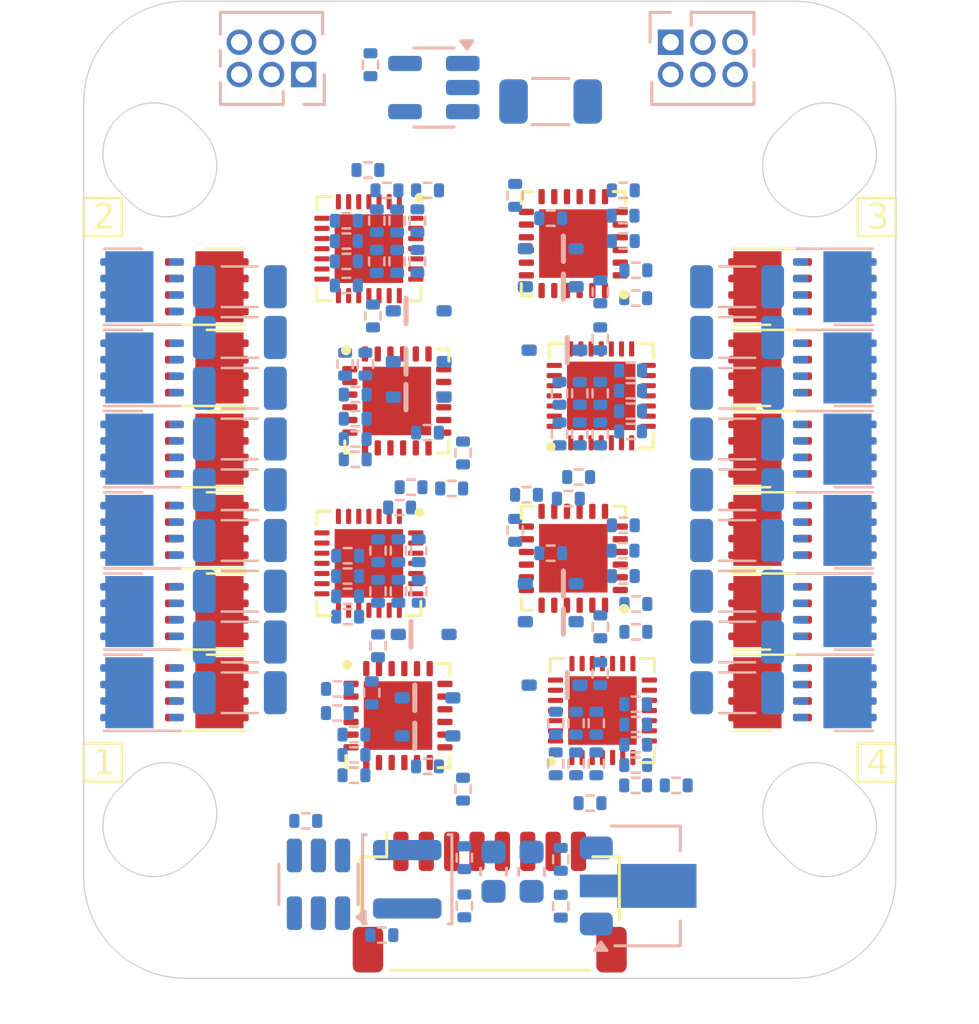
<source format=kicad_pcb>
(kicad_pcb (version 20241229) (generator "pcbnew") (generator_version "9.0")
  (layers (0 "F.Cu" signal) (4 "In1.Cu" signal) (6 "In2.Cu" signal) (2 "B.Cu" signal) (13 "F.Paste" user) (15 "B.Paste" user) (5 "F.SilkS" user "F.Silkscreen") (7 "B.SilkS" user "B.Silkscreen") (1 "F.Mask" user) (3 "B.Mask" user) (25 "Edge.Cuts" user))
  (net 0 "")
  (net 1 "GND")
  (net 2 "+3V3")
  (net 3 "VCC")
  (net 4 "VBUS")
  (net 5 "/ESC1/VS_A1")
  (net 6 "/ESC1/VB_A1")
  (net 7 "/ESC1/VB_B1")
  (net 8 "/ESC1/VS_B1")
  (net 9 "/ESC1/VB_C1")
  (net 10 "/ESC1/VS_C1")
  (net 11 "/ESC2/VS_A1")
  (net 12 "/ESC2/VB_A1")
  (net 13 "/ESC2/VB_B1")
  (net 14 "/ESC2/VS_B1")
  (net 15 "/ESC2/VS_C1")
  (net 16 "/ESC2/VB_C1")
  (net 17 "/ESC3/VS_A1")
  (net 18 "/ESC3/VB_A1")
  (net 19 "/ESC3/VB_B1")
  (net 20 "/ESC3/VS_B1")
  (net 21 "/ESC3/VS_C1")
  (net 22 "/ESC3/VB_C1")
  (net 23 "/ESC4/VS_A1")
  (net 24 "/ESC4/VB_A1")
  (net 25 "/ESC4/VS_B1")
  (net 26 "/ESC4/VB_B1")
  (net 27 "/ESC4/VS_C1")
  (net 28 "/ESC4/VB_C1")
  (net 29 "/SWCLK1")
  (net 30 "/SWCLK2")
  (net 31 "/SWDIO2")
  (net 32 "/SWDIO1")
  (net 33 "/SWDIO3")
  (net 34 "/SWDIO4")
  (net 35 "/SWCLK3")
  (net 36 "/SWCLK4")
  (net 37 "Net-(Q201-G)")
  (net 38 "Net-(Q202-G)")
  (net 39 "Net-(Q203-G)")
  (net 40 "Net-(Q204-G)")
  (net 41 "Net-(Q205-G)")
  (net 42 "Net-(Q206-G)")
  (net 43 "Net-(Q301-G)")
  (net 44 "Net-(Q302-G)")
  (net 45 "Net-(Q303-G)")
  (net 46 "Net-(Q304-G)")
  (net 47 "Net-(Q305-G)")
  (net 48 "Net-(Q306-G)")
  (net 49 "Net-(Q401-G)")
  (net 50 "Net-(Q402-G)")
  (net 51 "Net-(Q403-G)")
  (net 52 "Net-(Q404-G)")
  (net 53 "Net-(Q405-G)")
  (net 54 "Net-(Q406-G)")
  (net 55 "Net-(Q501-G)")
  (net 56 "Net-(Q502-G)")
  (net 57 "Net-(Q503-G)")
  (net 58 "Net-(Q504-G)")
  (net 59 "Net-(Q505-G)")
  (net 60 "Net-(Q506-G)")
  (net 61 "/ESC1/HO_A1")
  (net 62 "/ESC1/HO_B1")
  (net 63 "/ESC1/HO_C1")
  (net 64 "/ESC1/LO_A1")
  (net 65 "/ESC1/LO_B1")
  (net 66 "/ESC1/LO_C1")
  (net 67 "/ESC1/BEMF_C1")
  (net 68 "/ESC1/BEMF_B1")
  (net 69 "/ESC1/BEMF_A1")
  (net 70 "/ESC1/BEMF_N1")
  (net 71 "/ESC2/HO_A1")
  (net 72 "/ESC2/HO_B1")
  (net 73 "/ESC2/HO_C1")
  (net 74 "/ESC2/LO_A1")
  (net 75 "/ESC2/LO_B1")
  (net 76 "/ESC2/LO_C1")
  (net 77 "/ESC2/BEMF_C1")
  (net 78 "/ESC2/BEMF_B1")
  (net 79 "/ESC2/BEMF_A1")
  (net 80 "/ESC2/BEMF_N1")
  (net 81 "/ESC3/HO_A1")
  (net 82 "/ESC3/HO_B1")
  (net 83 "/ESC3/HO_C1")
  (net 84 "/ESC3/LO_A1")
  (net 85 "/ESC3/LO_B1")
  (net 86 "/ESC3/LO_C1")
  (net 87 "/ESC3/BEMF_C1")
  (net 88 "/ESC3/BEMF_B1")
  (net 89 "/ESC3/BEMF_A1")
  (net 90 "/ESC3/BEMF_N1")
  (net 91 "/ESC4/HO_A1")
  (net 92 "/ESC4/HO_B1")
  (net 93 "/ESC4/HO_C1")
  (net 94 "/ESC4/LO_A1")
  (net 95 "/ESC4/LO_B1")
  (net 96 "/ESC4/LO_C1")
  (net 97 "/ESC4/BEMF_C1")
  (net 98 "/ESC4/BEMF_B1")
  (net 99 "/ESC4/BEMF_A1")
  (net 100 "/ESC4/BEMF_N1")
  (net 106 "/ESC1/HIN_C1")
  (net 107 "/ESC1/LIN_C1")
  (net 108 "/DSHOT1")
  (net 111 "/ESC1/LIN_A1")
  (net 112 "/ESC1/HIN_B1")
  (net 114 "/ESC1/NRST")
  (net 115 "/DSHOT2")
  (net 116 "/ESC1/HIN_A1")
  (net 119 "/ESC1/LIN_B1")
  (net 125 "/DSHOT3")
  (net 126 "/ESC2/LIN_C1")
  (net 127 "/ESC2/HIN_B1")
  (net 129 "/ESC2/LIN_A1")
  (net 131 "/ESC2/LIN_B1")
  (net 134 "/ESC2/HIN_C1")
  (net 135 "/DSHOT4")
  (net 139 "/ESC2/HIN_A1")
  (net 140 "/ESC2/NRST")
  (net 147 "/ESC3/NRST")
  (net 153 "/ESC3/HIN_A1")
  (net 154 "/ESC3/LIN_C1")
  (net 155 "/ESC3/LIN_A1")
  (net 160 "/ESC3/HIN_B1")
  (net 162 "/ESC3/HIN_C1")
  (net 163 "/ESC3/LIN_B1")
  (net 170 "/ESC4/HIN_C1")
  (net 175 "/ESC4/LIN_A1")
  (net 178 "/ESC4/LIN_B1")
  (net 179 "/ESC4/NRST")
  (net 180 "/ESC4/LIN_C1")
  (net 183 "/ESC4/HIN_B1")
  (net 185 "/ESC4/HIN_A1")
  (net 190 "Net-(U102-EN)")
  (net 191 "/LX1")
  (net 192 "/BST1")
  (net 193 "GNDPWR")
  (net 194 "/ISNS")
  (net 195 "/FB1")
  (footprint "SMTOPT:DFN-8_3x3_MOS_GSD" (layer "F.Cu") (at 103.85 116.6)
    (property "Reference" "Q301" (hide yes))
    (property "Value" "NMOS")
  )
  (footprint "SMTOPT:DFN-8_3x3_MOS_GSD" (layer "F.Cu") (at 103.85 123)
    (property "Reference" "Q303" (hide yes))
    (property "Value" "NMOS")
  )
  (footprint "SMTOPT:QFN-24-1EP_4x4mm_P0.5mm_EP2.7x2.7mm" (layer "F.Cu") (at 118.293754 117.699999 180)
    (property "Reference" "U402" (hide yes))
    (property "Value" "FD6288Q")
  )
  (footprint "SMTOPT:DFN-8_3x3_MOS_GSD" (layer "F.Cu") (at 126.05 119.800001 180)
    (property "Reference" "Q402" (hide yes))
    (property "Value" "NMOS")
  )
  (footprint "SMTOPT:WQFN-28-1EP_4x4mm_P0.4mm_EP2.7x2.7mm" (layer "F.Cu") (at 119.441251 123.699999 90)
    (property "Reference" "U401" (hide yes))
    (property "Value" "GD32E230G8U6")
  )
  (footprint "SMTOPT:WQFN-28-1EP_4x4mm_P0.4mm_EP2.7x2.7mm" (layer "F.Cu") (at 110.2375 105.5 -90)
    (property "Reference" "U201" (hide yes))
    (property "Value" "GD32E230G8U6")
  )
  (footprint "SMTOPT:DFN-8_3x3_MOS_GSD" (layer "F.Cu") (at 103.85 119.8)
    (property "Reference" "Q302" (hide yes))
    (property "Value" "NMOS")
  )
  (footprint "SMTOPT:DFN-8_3x3_MOS_GSD" (layer "F.Cu") (at 103.85 110.2)
    (property "Reference" "Q202" (hide yes))
    (property "Value" "NMOS")
  )
  (footprint "SMTOPT:DFN-8_3x3_MOS_GSD" (layer "F.Cu") (at 103.85 113.4)
    (property "Reference" "Q203" (hide yes))
    (property "Value" "NMOS")
  )
  (footprint "SMTOPT:QFN-24-1EP_4x4mm_P0.5mm_EP2.7x2.7mm" (layer "F.Cu") (at 111.3375 111.5)
    (property "Reference" "U202" (hide yes))
    (property "Value" "FD6288Q")
  )
  (footprint "SMTOPT:DFN-8_3x3_MOS_GSD" (layer "F.Cu") (at 103.85 107)
    (property "Reference" "Q201" (hide yes))
    (property "Value" "NMOS")
  )
  (footprint "SMTOPT:WQFN-28-1EP_4x4mm_P0.4mm_EP2.7x2.7mm" (layer "F.Cu") (at 119.393754 111.299999 90)
    (property "Reference" "U501" (hide yes))
    (property "Value" "GD32E230G8U6")
  )
  (footprint "SMTOPT:DFN-8_3x3_MOS_GSD" (layer "F.Cu") (at 126.05 110.2 180)
    (property "Reference" "Q502" (hide yes))
    (property "Value" "NMOS")
  )
  (footprint "SMTOPT:QFN-24-1EP_4x4mm_P0.5mm_EP2.7x2.7mm" (layer "F.Cu") (at 118.293754 105.299999 180)
    (property "Reference" "U502" (hide yes))
    (property "Value" "FD6288Q")
  )
  (footprint "SMTOPT:WQFN-28-1EP_4x4mm_P0.4mm_EP2.7x2.7mm" (layer "F.Cu") (at 110.2375 117.9 -90)
    (property "Reference" "U301" (hide yes))
    (property "Value" "GD32E230G8U6")
  )
  (footprint "SMTOPT:DFN-8_3x3_MOS_GSD" (layer "F.Cu") (at 126.05 116.6 180)
    (property "Reference" "Q403" (hide yes))
    (property "Value" "NMOS")
  )
  (footprint "SMTOPT:DFN-8_3x3_MOS_GSD" (layer "F.Cu") (at 126.05 123.000002 180)
    (property "Reference" "Q401" (hide yes))
    (property "Value" "NMOS")
  )
  (footprint "SMTOPT:DFN-8_3x3_MOS_GSD" (layer "F.Cu") (at 126.05 107 180)
    (property "Reference" "Q503" (hide yes))
    (property "Value" "NMOS")
  )
  (footprint "SMTOPT:QFN-24-1EP_4x4mm_P0.5mm_EP2.7x2.7mm" (layer "F.Cu") (at 111.384997 123.9)
    (property "Reference" "U302" (hide yes))
    (property "Value" "FD6288Q")
  )
  (footprint "SMTOPT:DFN-8_3x3_MOS_GSD" (layer "F.Cu") (at 126.05 113.4 180)
    (property "Reference" "Q501" (hide yes))
    (property "Value" "NMOS")
  )
  (footprint "Connector_JST:JST_SH_SM08B-SRSS-TB_1x08-1MP_P1.00mm_Horizontal" (layer "F.Cu") (at 115 131.25)
    (property "Reference" "J107" (hide yes))
    (property "Value" "JST-SH_8P")
  )
  (footprint "SMTOPT:R_0402" (layer "B.Cu") (at 117.6 125.8 90)
    (property "Reference" "R415" (hide yes))
    (property "Value" "1K")
  )
  (footprint "SMTOPT:C_0402" (layer "B.Cu") (at 110.597497 121.15 -90)
    (property "Reference" "C301" (hide yes))
    (property "Value" "1uF/25V")
  )
  (footprint "SMTOPT:R_0402" (layer "B.Cu") (at 120.55 111.1)
    (property "Reference" "R513" (hide yes))
    (property "Value" "10K")
  )
  (footprint "SMTOPT:R_0402" (layer "B.Cu") (at 117.75 111.2 90)
    (property "Reference" "R509" (hide yes))
    (property "Value" "10K")
  )
  (footprint "SMTOPT:R_0402" (layer "B.Cu") (at 120.263751 105.199999)
    (property "Reference" "R505" (hide yes))
    (property "Value" "10R")
  )
  (footprint "Connector_PinHeader_1.27mm:PinHeader_2x03_P1.27mm_Vertical" (layer "B.Cu") (at 107.67 98.635 90)
    (property "Reference" "J101" (hide yes))
    (property "Value" "SWD")
  )
  (footprint "SMTOPT:R_0402" (layer "B.Cu") (at 109 122.85 180)
    (property "Reference" "R302" (hide yes))
    (property "Value" "10R")
  )
  (footprint "SMTOPT:C_1206" (layer "B.Cu") (at 105.15 113 180)
    (property "Reference" "C143" (hide yes))
    (property "Value" "10uF/50V")
  )
  (footprint "SMTOPT:R_0402" (layer "B.Cu") (at 111.4 119 -90)
    (property "Reference" "R308" (hide yes))
    (property "Value" "10K")
  )
  (footprint "SMTOPT:C_0402" (layer "B.Cu") (at 116.45 115.2 180)
    (property "Reference" "C506" (hide yes))
    (property "Value" "1uF/25V")
  )
  (footprint "Inductor_SMD:L_Sunlord_SWPA3015S" (layer "B.Cu") (at 111.75 130.35 -90)
    (property "Reference" "L102" (hide yes))
    (property "Value" "4.7uH")
  )
  (footprint "Package_TO_SOT_SMD:SOT-23-6" (layer "B.Cu") (at 108.25 130.55 90)
    (property "Reference" "U102" (hide yes))
    (property "Value" "ME3121")
  )
  (footprint "SMTOPT:R_0402" (layer "B.Cu") (at 109.4 117.6 180)
    (property "Reference" "R312" (hide yes))
    (property "Value" "10K")
  )
  (footprint "SMTOPT:R_0402" (layer "B.Cu") (at 120.75 126.65)
    (property "Reference" "R219" (hide yes))
    (property "Value" "10K")
  )
  (footprint "SMTOPT:R_0402" (layer "B.Cu") (at 120.253751 117.399999)
    (property "Reference" "R406" (hide yes))
    (property "Value" "10R")
  )
  (footprint "SMTOPT:C_1206" (layer "B.Cu") (at 124.75 115)
    (property "Reference" "C153" (hide yes))
    (property "Value" "10uF/50V")
  )
  (footprint "SMTOPT:R_0402" (layer "B.Cu") (at 120.263751 118.399999)
    (property "Reference" "R405" (hide yes))
    (property "Value" "10R")
  )
  (footprint "SMTOPT:D_SOD-323" (layer "B.Cu") (at 117.403752 118.699999 180)
    (property "Reference" "D402" (hide yes))
    (property "Value" "1N5819")
  )
  (footprint "SMTOPT:R_0402" (layer "B.Cu") (at 110.597497 117.4 -90)
    (property "Reference" "R316" (hide yes))
    (property "Value" "1K")
  )
  (footprint "SMTOPT:R_0402" (layer "B.Cu") (at 117.6 124.2 90)
    (property "Reference" "R409" (hide yes))
    (property "Value" "10K")
  )
  (footprint "SMTOPT:D_SOD-323" (layer "B.Cu") (at 112.2 109.95)
    (property "Reference" "D203" (hide yes))
    (property "Value" "1N5819")
  )
  (footprint "SMTOPT:DFN-8_3x3_MOS_GSD" (layer "B.Cu") (at 101.3 110.2 180)
    (property "Reference" "Q205" (hide yes))
    (property "Value" "NMOS")
  )
  (footprint "SMTOPT:DFN-8_3x3_MOS_GSD" (layer "B.Cu") (at 128.6 113.4)
    (property "Reference" "Q504" (hide yes))
    (property "Value" "NMOS")
  )
  (footprint "SMTOPT:R_0402" (layer "B.Cu") (at 120.753751 125.05)
    (property "Reference" "R411" (hide yes))
    (property "Value" "10K")
  )
  (footprint "SMTOPT:DFN-8_3x3_MOS_GSD" (layer "B.Cu") (at 101.3 123 180)
    (property "Reference" "Q306" (hide yes))
    (property "Value" "NMOS")
  )
  (footprint "SMTOPT:R_0402" (layer "B.Cu") (at 118.55 112.800001 90)
    (property "Reference" "R514" (hide yes))
    (property "Value" "1K")
  )
  (footprint "SMTOPT:R_0402" (layer "B.Cu") (at 120.753751 124.25)
    (property "Reference" "R413" (hide yes))
    (property "Value" "10K")
  )
  (footprint "SMTOPT:C_0402" (layer "B.Cu") (at 110.4 108.15 -90)
    (property "Reference" "C203" (hide yes))
    (property "Value" "1uF/25V")
  )
  (footprint "SMTOPT:C_0402" (layer "B.Cu") (at 112.547497 125.9)
    (property "Reference" "C302" (hide yes))
    (property "Value" "1uF/25V")
  )
  (footprint "SMTOPT:R_0402" (layer "B.Cu") (at 112.2 117.4 -90)
    (property "Reference" "R315" (hide yes))
    (property "Value" "1K")
  )
  (footprint "SMTOPT:R_0402" (layer "B.Cu") (at 120.758751 119.5)
    (property "Reference" "R403" (hide yes))
    (property "Value" "10R")
  )
  (footprint "SMTOPT:R_0402" (layer "B.Cu") (at 111.9 114.9)
    (property "Reference" "R218" (hide yes))
    (property "Value" "10K")
  )
  (footprint "SMTOPT:C_0402" (layer "B.Cu") (at 110.3 98.25 -90)
    (property "Reference" "C109" (hide yes))
    (property "Value" "1uF/25V")
  )
  (footprint "SMTOPT:D_SOD-323" (layer "B.Cu") (at 117.403752 105.499999 180)
    (property "Reference" "D502" (hide yes))
    (property "Value" "1N5819")
  )
  (footprint "SMTOPT:R_0402" (layer "B.Cu") (at 109.35 105.2 180)
    (property "Reference" "R211" (hide yes))
    (property "Value" "10K")
  )
  (footprint "SMTOPT:D_SOD-323" (layer "B.Cu") (at 117.553752 122.699999 180)
    (property "Reference" "D401" (hide yes))
    (property "Value" "1N5819")
  )
  (footprint "SMTOPT:C_0402" (layer "B.Cu") (at 110.35 123 -90)
    (property "Reference" "C303" (hide yes))
    (property "Value" "1uF/25V")
  )
  (footprint "SMTOPT:R_0402" (layer "B.Cu") (at 110.547497 106 -90)
    (property "Reference" "R210" (hide yes))
    (property "Value" "10K")
  )
  (footprint "SMTOPT:C_0402" (layer "B.Cu") (at 119.353751 109.049999 90)
    (property "Reference" "C501" (hide yes))
    (property "Value" "1uF/25V")
  )
  (footprint "SMTOPT:DFN-8_3x3_MOS_GSD" (layer "B.Cu") (at 101.3 113.4 180)
    (property "Reference" "Q206" (hide yes))
    (property "Value" "NMOS")
  )
  (footprint "SMTOPT:R_0402" (layer "B.Cu") (at 109.35 106 180)
    (property "Reference" "R213" (hide yes))
    (property "Value" "10K")
  )
  (footprint "SMTOPT:C_1206" (layer "B.Cu") (at 124.75 117)
    (property "Reference" "C151" (hide yes))
    (property "Value" "10uF/50V")
  )
  (footprint "SMTOPT:C_0402" (layer "B.Cu") (at 112.547497 112.75)
    (property "Reference" "C204" (hide yes))
    (property "Value" "1uF/25V")
  )
  (footprint "SMTOPT:DFN-8_3x3_MOS_GSD" (layer "B.Cu") (at 128.6 123.000002)
    (property "Reference" "Q404" (hide yes))
    (property "Value" "NMOS")
  )
  (footprint "Package_TO_SOT_SMD:SOT-23-5" (layer "B.Cu") (at 112.8 99.15 180)
    (property "Reference" "U103" (hide yes))
    (property "Value" "INA180A1")
  )
  (footprint "SMTOPT:DFN-8_3x3_MOS_GSD" (layer "B.Cu") (at 101.3 116.6 180)
    (property "Reference" "Q304" (hide yes))
    (property "Value" "NMOS")
  )
  (footprint "SMTOPT:R_0402" (layer "B.Cu") (at 109.697497 113 180)
    (property "Reference" "R206" (hide yes))
    (property "Value" "10R")
  )
  (footprint "SMTOPT:DFN-8_3x3_MOS_GSD" (layer "B.Cu") (at 128.6 110.2)
    (property "Reference" "Q505" (hide yes))
    (property "Value" "NMOS")
  )
  (footprint "SMTOPT:R_0402" (layer "B.Cu") (at 120.55 111.9)
    (property "Reference" "R511" (hide yes))
    (property "Value" "10K")
  )
  (footprint "SMTOPT:C_1206" (layer "B.Cu") (at 105.15 121 180)
    (property "Reference" "C139" (hide yes))
    (property "Value" "10uF/50V")
  )
  (footprint "SMTOPT:R_0402" (layer "B.Cu") (at 119.353751 111.2 90)
    (property "Reference" "R510" (hide yes))
    (property "Value" "10K")
  )
  (footprint "SMTOPT:D_SOD-323" (layer "B.Cu") (at 117.553752 109.499999 180)
    (property "Reference" "D501" (hide yes))
    (property "Value" "1N5819")
  )
  (footprint "SMTOPT:R_0402" (layer "B.Cu") (at 112.15 104.4 -90)
    (property "Reference" "R215" (hide yes))
    (property "Value" "1K")
  )
  (footprint "SMTOPT:R_0402" (layer "B.Cu") (at 109.4 120 180)
    (property "Reference" "R301" (hide yes))
    (property "Value" "10R")
  )
  (footprint "SMTOPT:C_0402" (layer "B.Cu") (at 113.5 114.95)
    (property "Reference" "C306" (hide yes))
    (property "Value" "1uF/25V")
  )
  (footprint "SMTOPT:D_SOD-323" (layer "B.Cu") (at 112.2 111.35)
    (property "Reference" "D202" (hide yes))
    (property "Value" "1N5819")
  )
  (footprint "SMTOPT:R_0402" (layer "B.Cu") (at 109.397497 118.4 180)
    (property "Reference" "R311" (hide yes))
    (property "Value" "10K")
  )
  (footprint "SMTOPT:R_0402" (layer "B.Cu") (at 107.749999 128.05 180)
    (property "Reference" "R104" (hide yes))
    (property "Value" "100K")
  )
  (footprint "SMTOPT:R_0402" (layer "B.Cu") (at 118.403751 125.8 90)
    (property "Reference" "R414" (hide yes))
    (property "Value" "1K")
  )
  (footprint "SMTOPT:R_0402" (layer "B.Cu") (at 120.758751 120.6)
    (property "Reference" "R402" (hide yes))
    (property "Value" "10R")
  )
  (footprint "SMTOPT:R_0402" (layer "B.Cu") (at 114 131.4 90)
    (property "Reference" "R105" (hide yes))
    (property "Value" "100K")
  )
  (footprint "SMTOPT:R_0402" (layer "B.Cu") (at 109.7 111.25 180)
    (property "Reference" "R204" (hide yes))
    (property "Value" "10R")
  )
  (footprint "SMTOPT:DFN-8_3x3_MOS_GSD" (layer "B.Cu") (at 101.3 119.8 180)
    (property "Reference" "Q305" (hide yes))
    (property "Value" "NMOS")
  )
  (footprint "SMTOPT:C_0402" (layer "B.Cu") (at 110.1 110.05 -90)
    (property "Reference" "C205" (hide yes))
    (property "Value" "1uF/25V")
  )
  (footprint "SMTOPT:R_0402" (layer "B.Cu") (at 111.35 104.4 -90)
    (property "Reference" "R214" (hide yes))
    (property "Value" "1K")
  )
  (footprint "SMTOPT:R_0402" (layer "B.Cu") (at 120.753751 107.45)
    (property "Reference" "R502" (hide yes))
    (property "Value" "10R")
  )
  (footprint "SMTOPT:R_0402" (layer "B.Cu") (at 109.35 104.4 180)
    (property "Reference" "R212" (hide yes))
    (property "Value" "10K")
  )
  (footprint "SMTOPT:C_1206" (layer "B.Cu") (at 124.75 109)
    (property "Reference" "C159" (hide yes))
    (property "Value" "10uF/50V")
  )
  (footprint "SMTOPT:R_0402" (layer "B.Cu") (at 112.15 106 -90)
    (property "Reference" "R209" (hide yes))
    (property "Value" "10K")
  )
  (footprint "SMTOPT:R_0402" (layer "B.Cu") (at 118.403751 124.199999 90)
    (property "Reference" "R408" (hide yes))
    (property "Value" "10K")
  )
  (footprint "SMTOPT:R_0402" (layer "B.Cu") (at 109.65 125.45 180)
    (property "Reference" "R306" (hide yes))
    (property "Value" "10R")
  )
  (footprint "SMTOPT:C_1206" (layer "B.Cu") (at 105.15 115 180)
    (property "Reference" "C142" (hide yes))
    (property "Value" "10uF/50V")
  )
  (footprint "SMTOPT:R_0402" (layer "B.Cu") (at 119.35375 112.800001 90)
    (property "Reference" "R516" (hide yes))
    (property "Value" "1K")
  )
  (footprint "SMTOPT:C_1206" (layer "B.Cu") (at 124.75 119)
    (property "Reference" "C149" (hide yes))
    (property "Value" "10uF/50V")
  )
  (footprint "SMTOPT:R_0402" (layer "B.Cu") (at 109.35 106.95 180)
    (property "Reference" "R202" (hide yes))
    (property "Value" "10R")
  )
  (footprint "SMTOPT:DFN-8_3x3_MOS_GSD" (layer "B.Cu") (at 128.6 107)
    (property "Reference" "Q506" (hide yes))
    (property "Value" "NMOS")
  )
  (footprint "SMTOPT:C_1206" (layer "B.Cu") (at 124.75 107)
    (property "Reference" "C161" (hide yes))
    (property "Value" "10uF/50V")
  )
  (footprint "SMTOPT:C_1206" (layer "B.Cu") (at 124.75 121)
    (property "Reference" "C136" (hide yes))
    (property "Value" "10uF/50V")
  )
  (footprint "SMTOPT:R_0402" (layer "B.Cu") (at 118.55 111.199999 90)
    (property "Reference" "R508" (hide yes))
    (property "Value" "10K")
  )
  (footprint "SMTOPT:C_0402" (layer "B.Cu") (at 110.75 132.55)
    (property "Reference" "C105" (hide yes))
    (property "Value" "1uF/25V")
  )
  (footprint "SMTOPT:R_0402" (layer "B.Cu") (at 117.75 112.800001 90)
    (property "Reference" "R515" (hide yes))
    (property "Value" "1K")
  )
  (footprint "SMTOPT:R_0402" (layer "B.Cu") (at 110.2 102.4 180)
    (property "Reference" "R217" (hide yes))
    (property "Value" "10K")
  )
  (footprint "SMTOPT:R_0402" (layer "B.Cu") (at 120.549999 112.700001)
    (property "Reference" "R512" (hide yes))
    (property "Value" "10K")
  )
  (footprint "SMTOPT:C_1206" (layer "B.Cu") (at 124.75 111)
    (property "Reference" "C157" (hide yes))
    (property "Value" "10uF/50V")
  )
  (footprint "SMTOPT:C_0402" (layer "B.Cu") (at 119.353751 122.249999 90)
    (property "Reference" "C401" (hide yes))
    (property "Value" "1uF/25V")
  )
  (footprint "SMTOPT:R_0402" (layer "B.Cu") (at 112.2 119 -90)
    (property "Reference" "R309" (hide yes))
    (property "Value" "10K")
  )
  (footprint "SMTOPT:R_0402" (layer "B.Cu") (at 120.263751 103.199999)
    (property "Reference" "R507" (hide yes))
    (property "Value" "10R")
  )
  (footprint "Connector_PinHeader_1.27mm:PinHeader_2x03_P1.27mm_Vertical" (layer "B.Cu") (at 122.13 97.365 -90)
    (property "Reference" "J102" (hide yes))
    (property "Value" "SWD")
  )
  (footprint "SMTOPT:R_0402" (layer "B.Cu") (at 114 129.5 90)
    (property "Reference" "R106" (hide yes))
    (property "Value" "10K")
  )
  (footprint "SMTOPT:R_0402" (layer "B.Cu") (at 110.597497 119 -90)
    (property "Reference" "R310" (hide yes))
    (property "Value" "10K")
  )
  (footprint "Capacitor_SMD:C_0603_1608Metric" (layer "B.Cu") (at 116.65 130.05 90)
    (property "Reference" "C108" (hide yes))
    (property "Value" "10uF/25V")
  )
  (footprint "SMTOPT:C_0402" (layer "B.Cu") (at 116.003752 103.399999 90)
    (property "Reference" "C505" (hide yes))
    (property "Value" "1uF/25V")
  )
  (footprint "SMTOPT:D_SOD-323" (layer "B.Cu") (at 117.403752 120.199999 180)
    (property "Reference" "D403" (hide yes))
    (property "Value" "1N5819")
  )
  (footprint "SMTOPT:R_0402" (layer "B.Cu") (at 109.7 112.2 180)
    (property "Reference" "R205" (hide yes))
    (property "Value" "10R")
  )
  (footprint "SMTOPT:C_0402" (layer "B.Cu") (at 117.403752 104.299999 180)
    (property "Reference" "C502" (hide yes))
    (property "Value" "1uF/25V")
  )
  (footprint "SMTOPT:R_0402" (layer "B.Cu") (at 120.758751 106.35)
    (property "Reference" "R503" (hide yes))
    (property "Value" "10R")
  )
  (footprint "SMTOPT:R_0402" (layer "B.Cu") (at 119.2 124.2 90)
    (property "Reference" "R410" (hide yes))
    (property "Value" "10K")
  )
  (footprint "SMTOPT:C_1206" (layer "B.Cu") (at 105.15 117 180)
    (property "Reference" "C141" (hide yes))
    (property "Value" "10uF/50V")
  )
  (footprint "SMTOPT:C_1206" (layer "B.Cu") (at 105.15 111 180)
    (property "Reference" "C144" (hide yes))
    (property "Value" "10uF/50V")
  )
  (footprint "SMTOPT:R_0402" (layer "B.Cu") (at 119.2 125.8 90)
    (property "Reference" "R416" (hide yes))
    (property "Value" "1K")
  )
  (footprint "SMTOPT:DFN-8_3x3_MOS_GSD" (layer "B.Cu") (at 128.6 119.800001)
    (property "Reference" "Q405" (hide yes))
    (property "Value" "NMOS")
  )
  (footprint "SMTOPT:C_0402" (layer "B.Cu") (at 118.503751 114.499999 180)
    (property "Reference" "C504" (hide yes))
    (property "Value" "1uF/25V")
  )
  (footprint "SMTOPT:R_0402" (layer "B.Cu") (at 120.253751 104.199999)
    (property "Reference" "R506" (hide yes))
    (property "Value" "10R")
  )
  (footprint "SMTOPT:R_0402" (layer "B.Cu") (at 111.35 106 -90)
    (property "Reference" "R208" (hide yes))
    (property "Value" "10K")
  )
  (footprint "Package_TO_SOT_SMD:SOT-89-3" (layer "B.Cu") (at 121.15 130.6125)
    (property "Reference" "U104" (hide yes))
    (property "Value" "HT7533-1-SOT89")
  )
  (footprint "SMTOPT:C_0402" (layer "B.Cu") (at 111.447497 115.7)
    (property "Reference" "C304" (hide yes))
    (property "Value" "1uF/25V")
  )
  (footprint "SMTOPT:C_0402" (layer "B.Cu") (at 118.95 127.35 180)
    (property "Reference" "C404" (hide yes))
    (property "Value" "1uF/25V")
  )
  (footprint "SMTOPT:DFN-8_3x3_MOS_GSD" (layer "B.Cu") (at 101.3 107 180)
    (property "Reference" "Q204" (hide yes))
    (property "Value" "NMOS")
  )
  (footprint "SMTOPT:D_SOD-323" (layer "B.Cu") (at 112.397497 120.7)
    (property "Reference" "D301" (hide yes))
    (property "Value" "1N5819")
  )
  (footprint "SMTOPT:C_1206" (layer "B.Cu") (at 124.75 113)
    (property "Reference" "C155" (hide yes))
    (property "Value" "10uF/50V")
  )
  (footprint "SMTOPT:R_0402" (layer "B.Cu") (at 109.4 119.2 180)
    (property "Reference" "R313" (hide yes))
    (property "Value" "10K")
  )
  (footprint "SMTOPT:R_0402" (layer "B.Cu") (at 120.75 123.45)
    (property "Reference" "R401" (hide yes))
    (property "Value" "10R")
  )
  (footprint "SMTOPT:C_1206" (layer "B.Cu") (at 105.15 109 180)
    (property "Reference" "C145" (hide yes))
    (property "Value" "10uF/50V")
  )
  (footprint "SMTOPT:DFN-8_3x3_MOS_GSD" (layer "B.Cu") (at 128.6 116.6)
    (property "Reference" "Q406" (hide yes))
    (property "Value" "NMOS")
  )
  (footprint "SMTOPT:C_1206" (layer "B.Cu") (at 105.15 123 180)
    (property "Reference" "C138" (hide yes))
    (property "Value" "10uF/50V")
  )
  (footprint "SMTOPT:D_SOD-323" (layer "B.Cu") (at 112.547497 123.2)
    (property "Reference" "D303" (hide yes))
    (property "Value" "1N5819")
  )
  (footprint "SMTOPT:D_SOD-323" (layer "B.Cu") (at 117.403752 106.999999 180)
    (property "Reference" "D503" (hide yes))
    (property "Value" "1N5819")
  )
  (footprint "SMTOPT:R_0402" (layer "B.Cu") (at 109.3 110.05 -90)
    (property "Reference" "R203" (hide yes))
    (property "Value" "10R")
  )
  (footprint "SMTOPT:R_0402" (layer "B.Cu") (at 111.4 117.4 -90)
    (property "Reference" "R314" (hide yes))
    (property "Value" "1K")
  )
  (footprint "SMTOPT:C_0402" (layer "B.Cu") (at 113.947497 126.8 -90)
    (property "Reference" "C305" (hide yes))
    (property "Value" "1uF/25V")
  )
  (footprint "SMTOPT:R_0402" (layer "B.Cu") (at 109.7 113.8 180)
    (property "Reference" "R207" (hide yes))
    (property "Value" "10R")
  )
  (footprint "SMTOPT:C_0402" (layer "B.Cu") (at 112.55 103.2 180)
    (property "Reference" "C206" (hide yes))
    (property "Value" "1uF/25V")
  )
  (footprint "SMTOPT:C_0402" (layer "B.Cu") (at 110.95 103.2)
    (property "Reference" "C201" (hide yes))
    (property "Value" "1uF/25V")
  )
  (footprint "SMTOPT:R_0402" (layer "B.Cu") (at 118.1 115.35 180)
    (property "Reference" "R220" (hide yes))
    (property "Value" "10K")
  )
  (footprint "SMTOPT:C_0402" (layer "B.Cu") (at 117.403752 117.499999 180)
    (property "Reference" "C402" (hide yes))
    (property "Value" "1uF/25V")
  )
  (footprint "SMTOPT:R_0402" (layer "B.Cu") (at 120.55 110.3)
    (property "Reference" "R501" (hide yes))
    (property "Value" "10R")
  )
  (footprint "SMTOPT:D_SOD-323" (layer "B.Cu") (at 112.2 107.95)
    (property "Reference" "D201" (hide yes))
    (property "Value" "1N5819")
  )
  (footprint "SMTOPT:R_0402" (layer "B.Cu") (at 120.75375 125.849999)
    (property "Reference" "R412" (hide yes))
    (property "Value" "10K")
  )
  (footprint "SMTOPT:C_0402" (layer "B.Cu") (at 116.003752 116.599999 90)
    (property "Reference" "C405" (hide yes))
    (property "Value" "1uF/25V")
  )
  (footprint "SMTOPT:R_0402" (layer "B.Cu") (at 109.65 124.65 180)
    (property "Reference" "R305" (hide yes))
    (property "Value" "10R")
  )
  (footprint "SMTOPT:R_0402" (layer "B.Cu") (at 108.997497 123.8 180)
    (property "Reference" "R303" (hide yes))
    (property "Value" "10R")
  )
  (footprint "SMTOPT:C_0402" (layer "B.Cu") (at 117.799999 129.5625 -90)
    (property "Reference" "C110" (hide yes))
    (property "Value" "1uF/25V")
  )
  (footprint "SMTOPT:C_0402" (layer "B.Cu") (at 117.8 131.4125 90)
    (property "Reference" "C111" (hide yes))
    (property "Value" "1uF/25V")
  )
  (footprint "SMTOPT:C_0402" (layer "B.Cu") (at 122.35 126.65)
    (property "Reference" "C406" (hide yes))
    (property "Value" "1uF/25V")
  )
  (footprint "SMTOPT:R_0402" (layer "B.Cu") (at 109.65 126.25 180)
    (property "Reference" "R307" (hide yes))
    (property "Value" "10R")
  )
  (footprint "SMTOPT:R_0402" (layer "B.Cu") (at 120.263751 116.399999)
    (property "Reference" "R407" (hide yes))
    (property "Value" "10R")
  )
  (footprint "Capacitor_SMD:C_0603_1608Metric" (layer "B.Cu") (at 115.15 130.05 90)
    (property "Reference" "C107" (hide yes))
    (property "Value" "10uF/25V")
  )
  (footprint "SMTOPT:C_0402" (layer "B.Cu") (at 119.358751 120.4 90)
    (property "Reference" "C403" (hide yes))
    (property "Value" "1uF/25V")
  )
  (footprint "SMTOPT:C_0402" (layer "B.Cu") (at 113.947497 113.55 -90)
    (property "Reference" "C202" (hide yes))
    (property "Value" "1uF/25V")
  )
  (footprint "SMTOPT:C_0402" (layer "B.Cu") (at 119.358751 107.2 90)
    (property "Reference" "C503" (hide yes))
    (property "Value" "1uF/25V")
  )
  (footprint "Resistor_SMD:R_1206_3216Metric" (layer "B.Cu") (at 117.4 99.7 180)
    (property "Reference" "R107" (hide yes))
    (property "Value" "2mR")
  )
  (footprint "SMTOPT:R_0402" (layer "B.Cu") (at 110.55 104.4 -90)
    (property "Reference" "R216" (hide yes))
    (property "Value" "1K")
  )
  (footprint "SMTOPT:C_1206" (layer "B.Cu") (at 105.15 107 180)
    (property "Reference" "C146" (hide yes))
    (property "Value" "10uF/50V")
  )
  (footprint "SMTOPT:C_1206" (layer "B.Cu") (at 105.15 119 180)
    (property "Reference" "C140" (hide yes))
    (property "Value" "10uF/50V")
  )
  (footprint "SMTOPT:D_SOD-323" (layer "B.Cu") (at 112.547497 124.7)
    (property "Reference" "D302" (hide yes))
    (property "Value" "1N5819")
  )
  (footprint "SMTOPT:C_1206" (layer "B.Cu") (at 124.75 123)
    (property "Reference" "C134" (hide yes))
    (property "Value" "10uF/50V")
  )
  (gr_rect (start 99 125) (end 100.5 126.5) (stroke (width 0.1)) (fill no) (layer "F.SilkS"))
  (gr_rect (start 129.5 103.5) (end 131 105) (stroke (width 0.1)) (fill no) (layer "F.SilkS"))
  (gr_rect (start 99 103.5) (end 100.5 105) (stroke (width 0.1)) (fill no) (layer "F.SilkS"))
  (gr_rect (start 129.5 125) (end 131 126.5) (stroke (width 0.1)) (fill no) (layer "F.SilkS"))
  (gr_arc (start 100.835786 126.335786) (mid 103.664214 126.335786) (end 103.664214 129.164214) (stroke (width 0.05)) (layer "Edge.Cuts"))
  (gr_arc (start 103.164214 129.664214) (mid 100.335786 129.664214) (end 100.335786 126.835786) (stroke (width 0.05)) (layer "Edge.Cuts"))
  (gr_arc (start 99 99.75) (mid 100.171573 96.921573) (end 103 95.75) (stroke (width 0.05)) (layer "Edge.Cuts"))
  (gr_line (start 126.835787 129.664214) (end 126.335787 129.164214) (stroke (width 0.05)) (layer "Edge.Cuts"))
  (gr_line (start 126.335786 100.835787) (end 126.835786 100.335786) (stroke (width 0.05)) (layer "Edge.Cuts"))
  (gr_line (start 100.835787 103.664214) (end 100.335786 103.164214) (stroke (width 0.05)) (layer "Edge.Cuts"))
  (gr_arc (start 129.164214 103.664214) (mid 126.335786 103.664214) (end 126.335786 100.835786) (stroke (width 0.05)) (layer "Edge.Cuts"))
  (gr_line (start 129.664214 103.164213) (end 129.164214 103.664213) (stroke (width 0.05)) (layer "Edge.Cuts"))
  (gr_line (start 103.164213 100.335786) (end 103.664213 100.835786) (stroke (width 0.05)) (layer "Edge.Cuts"))
  (gr_arc (start 103 134.25) (mid 100.171573 133.078427) (end 99 130.25) (stroke (width 0.05)) (layer "Edge.Cuts"))
  (gr_arc (start 103.664214 100.835786) (mid 103.664214 103.664214) (end 100.835786 103.664214) (stroke (width 0.05)) (layer "Edge.Cuts"))
  (gr_arc (start 126.335786 129.164214) (mid 126.335786 126.335786) (end 129.164214 126.335786) (stroke (width 0.05)) (layer "Edge.Cuts"))
  (gr_line (start 127 95.75) (end 103 95.75) (stroke (width 0.05)) (layer "Edge.Cuts"))
  (gr_line (start 103.664214 129.164213) (end 103.164214 129.664214) (stroke (width 0.05)) (layer "Edge.Cuts"))
  (gr_line (start 131 99.75) (end 131 130.25) (stroke (width 0.05)) (layer "Edge.Cuts"))
  (gr_arc (start 127 95.75) (mid 129.828427 96.921573) (end 131 99.75) (stroke (width 0.05)) (layer "Edge.Cuts"))
  (gr_line (start 100.335786 126.835787) (end 100.835786 126.335787) (stroke (width 0.05)) (layer "Edge.Cuts"))
  (gr_line (start 129.164213 126.335786) (end 129.664214 126.835786) (stroke (width 0.05)) (layer "Edge.Cuts"))
  (gr_line (start 103 134.25) (end 127 134.25) (stroke (width 0.05)) (layer "Edge.Cuts"))
  (gr_arc (start 126.835786 100.335786) (mid 129.664214 100.335786) (end 129.664214 103.164214) (stroke (width 0.05)) (layer "Edge.Cuts"))
  (gr_line (start 99 99.75) (end 99 130.25) (stroke (width 0.05)) (layer "Edge.Cuts"))
  (gr_arc (start 129.664214 126.835786) (mid 129.664214 129.664214) (end 126.835786 129.664214) (stroke (width 0.05)) (layer "Edge.Cuts"))
  (gr_arc (start 131 130.25) (mid 129.828427 133.078427) (end 127 134.25) (stroke (width 0.05)) (layer "Edge.Cuts"))
  (gr_arc (start 100.335786 103.164214) (mid 100.335786 100.335786) (end 103.164214 100.335786) (stroke (width 0.05)) (layer "Edge.Cuts"))
  (gr_text "4" (at 130.3 125.8 0) (layer "F.SilkS") (effects (font (size 1 1) (thickness 0.1))))
  (gr_text "3" (at 130.3 104.3 0) (layer "F.SilkS") (effects (font (size 1 1) (thickness 0.1))))
  (gr_text "2" (at 99.8 104.3 0) (layer "F.SilkS") (effects (font (size 1 1) (thickness 0.1))))
  (gr_text "1" (at 99.8 125.8 0) (layer "F.SilkS") (effects (font (size 1 1) (thickness 0.1))))
)
</source>
